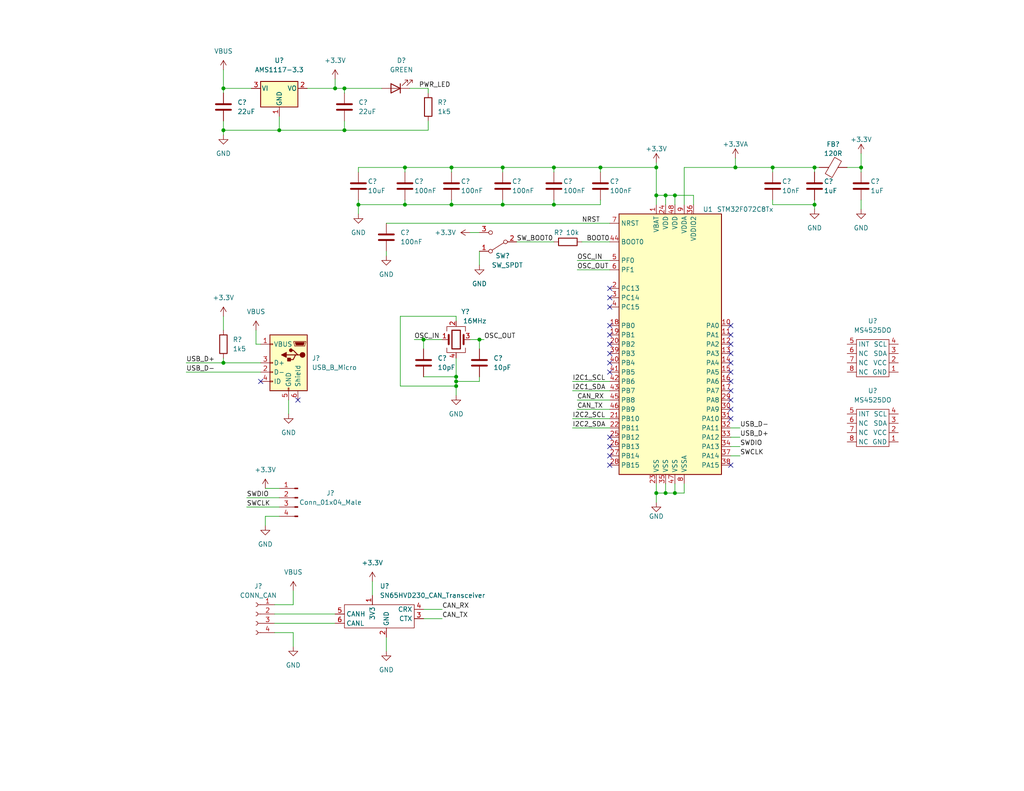
<source format=kicad_sch>
(kicad_sch (version 20211123) (generator eeschema)
  (paper "USLetter")
  (title_block (title "SDM-23 Yaw Probe") (date "2022-10-17") (rev "v1.0") (company "Sun Devil Motorsports") (comment 1 "STM32 Variant"))
  (lib_symbols
    (symbol "Connector:Conn_01x04_Female" (pin_names (offset 1.016) hide)
      (property "Reference" "J" (at 0 5.08 0))
      (property "Value" "Conn_01x04_Female" (at 0 -7.62 0))
      (symbol "Conn_01x04_Female_1_1"
        (arc (start 0 -4.572) (mid -0.508 -5.08) (end 0 -5.588) (stroke (width 0.1524)))
        (arc (start 0 -2.032) (mid -0.508 -2.54) (end 0 -3.048) (stroke (width 0.1524)))
        (polyline (pts (xy -1.27 -5.08) (xy -0.508 -5.08)) (stroke (width 0.1524)))
        (polyline (pts (xy -1.27 -2.54) (xy -0.508 -2.54)) (stroke (width 0.1524)))
        (polyline (pts (xy -1.27 0) (xy -0.508 0)) (stroke (width 0.1524)))
        (polyline (pts (xy -1.27 2.54) (xy -0.508 2.54)) (stroke (width 0.1524)))
        (arc (start 0 0.508) (mid -0.508 0) (end 0 -0.508) (stroke (width 0.1524)))
        (arc (start 0 3.048) (mid -0.508 2.54) (end 0 2.032) (stroke (width 0.1524)))
        (pin passive line (at -5.08 2.54 0) (length 3.81) (name "Pin_1") (number "1"))
        (pin passive line (at -5.08 0 0) (length 3.81) (name "Pin_2") (number "2"))
        (pin passive line (at -5.08 -2.54 0) (length 3.81) (name "Pin_3") (number "3"))
        (pin passive line (at -5.08 -5.08 0) (length 3.81) (name "Pin_4") (number "4"))
      )
    )
    (symbol "Connector:Conn_01x04_Male" (pin_names (offset 1.016) hide)
      (property "Reference" "J" (at 0 5.08 0))
      (property "Value" "Conn_01x04_Male" (at 0 -7.62 0))
      (symbol "Conn_01x04_Male_1_1"
        (polyline (pts (xy 1.27 -5.08) (xy 0.8636 -5.08)) (stroke (width 0.1524)))
        (polyline (pts (xy 1.27 -2.54) (xy 0.8636 -2.54)) (stroke (width 0.1524)))
        (polyline (pts (xy 1.27 0) (xy 0.8636 0)) (stroke (width 0.1524)))
        (polyline (pts (xy 1.27 2.54) (xy 0.8636 2.54)) (stroke (width 0.1524)))
        (rectangle (start 0.8636 -4.953) (end 0 -5.207) (stroke (width 0.1524)) (fill (type outline)))
        (rectangle (start 0.8636 -2.413) (end 0 -2.667) (stroke (width 0.1524)) (fill (type outline)))
        (rectangle (start 0.8636 0.127) (end 0 -0.127) (stroke (width 0.1524)) (fill (type outline)))
        (rectangle (start 0.8636 2.667) (end 0 2.413) (stroke (width 0.1524)) (fill (type outline)))
        (pin passive line (at 5.08 2.54 180) (length 3.81) (name "Pin_1") (number "1"))
        (pin passive line (at 5.08 0 180) (length 3.81) (name "Pin_2") (number "2"))
        (pin passive line (at 5.08 -2.54 180) (length 3.81) (name "Pin_3") (number "3"))
        (pin passive line (at 5.08 -5.08 180) (length 3.81) (name "Pin_4") (number "4"))
      )
    )
    (symbol "Connector:USB_B_Micro" (pin_names (offset 1.016))
      (property "Reference" "J" (at -5.08 11.43 0))
      (property "Value" "USB_B_Micro" (at -5.08 8.89 0))
      (symbol "USB_B_Micro_0_1"
        (rectangle (start -5.08 -7.62) (end 5.08 7.62) (stroke (width 0.254)) (fill (type background)))
        (circle (center -3.81 2.159) (radius 0.635) (stroke (width 0.254)) (fill (type outline)))
        (circle (center -0.635 3.429) (radius 0.381) (stroke (width 0.254)) (fill (type outline)))
        (rectangle (start -0.127 -7.62) (end 0.127 -6.858))
        (polyline (pts (xy -1.905 2.159) (xy 0.635 2.159)) (stroke (width 0.254)))
        (polyline (pts (xy -3.175 2.159) (xy -2.54 2.159) (xy -1.27 3.429) (xy -0.635 3.429)) (stroke (width 0.254)))
        (polyline (pts (xy -2.54 2.159) (xy -1.905 2.159) (xy -1.27 0.889) (xy 0 0.889)) (stroke (width 0.254)))
        (polyline (pts (xy 0.635 2.794) (xy 0.635 1.524) (xy 1.905 2.159) (xy 0.635 2.794)) (stroke (width 0.254)) (fill (type outline)))
        (polyline (pts (xy -4.318 5.588) (xy -1.778 5.588) (xy -2.032 4.826) (xy -4.064 4.826) (xy -4.318 5.588)) (fill (type outline)))
        (polyline (pts (xy -4.699 5.842) (xy -4.699 5.588) (xy -4.445 4.826) (xy -4.445 4.572) (xy -1.651 4.572) (xy -1.651 4.826) (xy -1.397 5.588) (xy -1.397 5.842) (xy -4.699 5.842)))
        (rectangle (start 0.254 1.27) (end -0.508 0.508) (stroke (width 0.254)) (fill (type outline)))
        (rectangle (start 5.08 -5.207) (end 4.318 -4.953))
        (rectangle (start 5.08 -2.667) (end 4.318 -2.413))
        (rectangle (start 5.08 -0.127) (end 4.318 0.127))
        (rectangle (start 5.08 4.953) (end 4.318 5.207))
      )
      (symbol "USB_B_Micro_1_1"
        (pin power_out line (at 7.62 5.08 180) (length 2.54) (name "VBUS") (number "1"))
        (pin bidirectional line (at 7.62 -2.54 180) (length 2.54) (name "D-") (number "2"))
        (pin bidirectional line (at 7.62 0 180) (length 2.54) (name "D+") (number "3"))
        (pin passive line (at 7.62 -5.08 180) (length 2.54) (name "ID") (number "4"))
        (pin power_out line (at 0 -10.16 90) (length 2.54) (name "GND") (number "5"))
        (pin passive line (at -2.54 -10.16 90) (length 2.54) (name "Shield") (number "6"))
      )
    )
    (symbol "Device:C" (pin_numbers hide) (pin_names (offset 0.254))
      (property "Reference" "C" (at 0.635 2.54 0))
      (property "Value" "C" (at 0.635 -2.54 0))
      (symbol "C_0_1"
        (polyline (pts (xy -2.032 -0.762) (xy 2.032 -0.762)) (stroke (width 0.508)))
        (polyline (pts (xy -2.032 0.762) (xy 2.032 0.762)) (stroke (width 0.508)))
      )
      (symbol "C_1_1"
        (pin passive line (at 0 3.81 270) (length 2.794) (name "~") (number "1"))
        (pin passive line (at 0 -3.81 90) (length 2.794) (name "~") (number "2"))
      )
    )
    (symbol "Device:Crystal_GND24" (pin_names (offset 1.016) hide)
      (property "Reference" "Y" (at 3.175 5.08 0))
      (property "Value" "Crystal_GND24" (at 3.175 3.175 0))
      (symbol "Crystal_GND24_0_1"
        (rectangle (start -1.143 2.54) (end 1.143 -2.54) (stroke (width 0.3048)))
        (polyline (pts (xy -2.54 0) (xy -2.032 0)))
        (polyline (pts (xy -2.032 -1.27) (xy -2.032 1.27)) (stroke (width 0.508)))
        (polyline (pts (xy 0 -3.81) (xy 0 -3.556)))
        (polyline (pts (xy 0 3.556) (xy 0 3.81)))
        (polyline (pts (xy 2.032 -1.27) (xy 2.032 1.27)) (stroke (width 0.508)))
        (polyline (pts (xy 2.032 0) (xy 2.54 0)))
        (polyline (pts (xy -2.54 -2.286) (xy -2.54 -3.556) (xy 2.54 -3.556) (xy 2.54 -2.286)))
        (polyline (pts (xy -2.54 2.286) (xy -2.54 3.556) (xy 2.54 3.556) (xy 2.54 2.286)))
      )
      (symbol "Crystal_GND24_1_1"
        (pin passive line (at -3.81 0 0) (length 1.27) (name "1") (number "1"))
        (pin passive line (at 0 5.08 270) (length 1.27) (name "2") (number "2"))
        (pin passive line (at 3.81 0 180) (length 1.27) (name "3") (number "3"))
        (pin passive line (at 0 -5.08 90) (length 1.27) (name "4") (number "4"))
      )
    )
    (symbol "Device:FerriteBead" (pin_numbers hide) (pin_names (offset 0))
      (property "Reference" "FB" (at -3.81 0.635 90))
      (property "Value" "FerriteBead" (at 3.81 0 90))
      (symbol "FerriteBead_0_1"
        (polyline (pts (xy 0 -1.27) (xy 0 -1.2192)))
        (polyline (pts (xy 0 1.27) (xy 0 1.2954)))
        (polyline (pts (xy -2.7686 0.4064) (xy -1.7018 2.2606) (xy 2.7686 -0.3048) (xy 1.6764 -2.159) (xy -2.7686 0.4064)))
      )
      (symbol "FerriteBead_1_1"
        (pin passive line (at 0 3.81 270) (length 2.54) (name "~") (number "1"))
        (pin passive line (at 0 -3.81 90) (length 2.54) (name "~") (number "2"))
      )
    )
    (symbol "Device:LED" (pin_numbers hide) (pin_names (offset 1.016) hide)
      (property "Reference" "D" (at 0 2.54 0))
      (property "Value" "LED" (at 0 -2.54 0))
      (symbol "LED_0_1"
        (polyline (pts (xy -1.27 -1.27) (xy -1.27 1.27)) (stroke (width 0.254)))
        (polyline (pts (xy -1.27 0) (xy 1.27 0)))
        (polyline (pts (xy 1.27 -1.27) (xy 1.27 1.27) (xy -1.27 0) (xy 1.27 -1.27)) (stroke (width 0.254)))
        (polyline (pts (xy -3.048 -0.762) (xy -4.572 -2.286) (xy -3.81 -2.286) (xy -4.572 -2.286) (xy -4.572 -1.524)))
        (polyline (pts (xy -1.778 -0.762) (xy -3.302 -2.286) (xy -2.54 -2.286) (xy -3.302 -2.286) (xy -3.302 -1.524)))
      )
      (symbol "LED_1_1"
        (pin passive line (at -3.81 0 0) (length 2.54) (name "K") (number "1"))
        (pin passive line (at 3.81 0 180) (length 2.54) (name "A") (number "2"))
      )
    )
    (symbol "Device:R" (pin_numbers hide) (pin_names (offset 0))
      (property "Reference" "R" (at 2.032 0 90))
      (property "Value" "R" (at 0 0 90))
      (symbol "R_0_1"
        (rectangle (start -1.016 -2.54) (end 1.016 2.54) (stroke (width 0.254)))
      )
      (symbol "R_1_1"
        (pin passive line (at 0 3.81 270) (length 1.27) (name "~") (number "1"))
        (pin passive line (at 0 -3.81 90) (length 1.27) (name "~") (number "2"))
      )
    )
    (symbol "MCU_ST_STM32F0:STM32F072C8Tx"
      (property "Reference" "U" (at -15.24 36.83 0))
      (property "Value" "STM32F072C8Tx" (at 7.62 36.83 0))
      (symbol "STM32F072C8Tx_0_1"
        (rectangle (start -15.24 -35.56) (end 12.7 35.56) (stroke (width 0.254)) (fill (type background)))
      )
      (symbol "STM32F072C8Tx_1_1"
        (pin power_in line (at -5.08 38.1 270) (length 2.54) (name "VBAT") (number "1"))
        (pin bidirectional line (at 15.24 5.08 180) (length 2.54) (name "PA0") (number "10"))
        (pin bidirectional line (at 15.24 2.54 180) (length 2.54) (name "PA1") (number "11"))
        (pin bidirectional line (at 15.24 0 180) (length 2.54) (name "PA2") (number "12"))
        (pin bidirectional line (at 15.24 -2.54 180) (length 2.54) (name "PA3") (number "13"))
        (pin bidirectional line (at 15.24 -5.08 180) (length 2.54) (name "PA4") (number "14"))
        (pin bidirectional line (at 15.24 -7.62 180) (length 2.54) (name "PA5") (number "15"))
        (pin bidirectional line (at 15.24 -10.16 180) (length 2.54) (name "PA6") (number "16"))
        (pin bidirectional line (at 15.24 -12.7 180) (length 2.54) (name "PA7") (number "17"))
        (pin bidirectional line (at -17.78 5.08 0) (length 2.54) (name "PB0") (number "18"))
        (pin bidirectional line (at -17.78 2.54 0) (length 2.54) (name "PB1") (number "19"))
        (pin bidirectional line (at -17.78 15.24 0) (length 2.54) (name "PC13") (number "2"))
        (pin bidirectional line (at -17.78 0 0) (length 2.54) (name "PB2") (number "20"))
        (pin bidirectional line (at -17.78 -20.32 0) (length 2.54) (name "PB10") (number "21"))
        (pin bidirectional line (at -17.78 -22.86 0) (length 2.54) (name "PB11") (number "22"))
        (pin power_in line (at -5.08 -38.1 90) (length 2.54) (name "VSS") (number "23"))
        (pin power_in line (at -2.54 38.1 270) (length 2.54) (name "VDD") (number "24"))
        (pin bidirectional line (at -17.78 -25.4 0) (length 2.54) (name "PB12") (number "25"))
        (pin bidirectional line (at -17.78 -27.94 0) (length 2.54) (name "PB13") (number "26"))
        (pin bidirectional line (at -17.78 -30.48 0) (length 2.54) (name "PB14") (number "27"))
        (pin bidirectional line (at -17.78 -33.02 0) (length 2.54) (name "PB15") (number "28"))
        (pin bidirectional line (at 15.24 -15.24 180) (length 2.54) (name "PA8") (number "29"))
        (pin bidirectional line (at -17.78 12.7 0) (length 2.54) (name "PC14") (number "3"))
        (pin bidirectional line (at 15.24 -17.78 180) (length 2.54) (name "PA9") (number "30"))
        (pin bidirectional line (at 15.24 -20.32 180) (length 2.54) (name "PA10") (number "31"))
        (pin bidirectional line (at 15.24 -22.86 180) (length 2.54) (name "PA11") (number "32"))
        (pin bidirectional line (at 15.24 -25.4 180) (length 2.54) (name "PA12") (number "33"))
        (pin bidirectional line (at 15.24 -27.94 180) (length 2.54) (name "PA13") (number "34"))
        (pin power_in line (at -2.54 -38.1 90) (length 2.54) (name "VSS") (number "35"))
        (pin power_in line (at 5.08 38.1 270) (length 2.54) (name "VDDIO2") (number "36"))
        (pin bidirectional line (at 15.24 -30.48 180) (length 2.54) (name "PA14") (number "37"))
        (pin bidirectional line (at 15.24 -33.02 180) (length 2.54) (name "PA15") (number "38"))
        (pin bidirectional line (at -17.78 -2.54 0) (length 2.54) (name "PB3") (number "39"))
        (pin bidirectional line (at -17.78 10.16 0) (length 2.54) (name "PC15") (number "4"))
        (pin bidirectional line (at -17.78 -5.08 0) (length 2.54) (name "PB4") (number "40"))
        (pin bidirectional line (at -17.78 -7.62 0) (length 2.54) (name "PB5") (number "41"))
        (pin bidirectional line (at -17.78 -10.16 0) (length 2.54) (name "PB6") (number "42"))
        (pin bidirectional line (at -17.78 -12.7 0) (length 2.54) (name "PB7") (number "43"))
        (pin input line (at -17.78 27.94 0) (length 2.54) (name "BOOT0") (number "44"))
        (pin bidirectional line (at -17.78 -15.24 0) (length 2.54) (name "PB8") (number "45"))
        (pin bidirectional line (at -17.78 -17.78 0) (length 2.54) (name "PB9") (number "46"))
        (pin power_in line (at 0 -38.1 90) (length 2.54) (name "VSS") (number "47"))
        (pin power_in line (at 0 38.1 270) (length 2.54) (name "VDD") (number "48"))
        (pin input line (at -17.78 22.86 0) (length 2.54) (name "PF0") (number "5"))
        (pin input line (at -17.78 20.32 0) (length 2.54) (name "PF1") (number "6"))
        (pin input line (at -17.78 33.02 0) (length 2.54) (name "NRST") (number "7"))
        (pin power_in line (at 2.54 -38.1 90) (length 2.54) (name "VSSA") (number "8"))
        (pin power_in line (at 2.54 38.1 270) (length 2.54) (name "VDDA") (number "9"))
      )
    )
    (symbol "Regulator_Linear:AMS1117-3.3" (pin_names (offset 0.254))
      (property "Reference" "U" (at -3.81 3.175 0))
      (property "Value" "AMS1117-3.3" (at 0 3.175 0))
      (symbol "AMS1117-3.3_0_1"
        (rectangle (start -5.08 -5.08) (end 5.08 1.905) (stroke (width 0.254)) (fill (type background)))
      )
      (symbol "AMS1117-3.3_1_1"
        (pin power_in line (at 0 -7.62 90) (length 2.54) (name "GND") (number "1"))
        (pin power_out line (at 7.62 0 180) (length 2.54) (name "VO") (number "2"))
        (pin power_in line (at -7.62 0 0) (length 2.54) (name "VI") (number "3"))
      )
    )
    (symbol "SDM:MS4525DO"
      (property "Reference" "U" (at 0 0 0))
      (property "Value" "MS4525DO" (at 0 -2.54 0))
      (symbol "MS4525DO_0_1"
        (rectangle (start -3.81 -15.24) (end 5.08 -5.08))
      )
      (symbol "MS4525DO_1_1"
        (pin input line (at 7.62 -13.97 180) (length 2.54) (name "GND") (number "1"))
        (pin input line (at 7.62 -11.43 180) (length 2.54) (name "VCC") (number "2"))
        (pin input line (at 7.62 -8.89 180) (length 2.54) (name "SDA") (number "3"))
        (pin input line (at 7.62 -6.35 180) (length 2.54) (name "SCL") (number "4"))
        (pin input line (at -6.35 -6.35 0) (length 2.54) (name "INT") (number "5"))
        (pin input line (at -6.35 -8.89 0) (length 2.54) (name "NC") (number "6"))
        (pin input line (at -6.35 -11.43 0) (length 2.54) (name "NC") (number "7"))
        (pin input line (at -6.35 -13.97 0) (length 2.54) (name "NC") (number "8"))
      )
    )
    (symbol "SDM:SN65HVD230_CAN_Transceiver"
      (property "Reference" "U" (at 0 2.54 0))
      (property "Value" "SN65HVD230_CAN_Transceiver" (at 13.97 0 0))
      (symbol "SN65HVD230_CAN_Transceiver_0_1"
        (rectangle (start -8.89 -6.35) (end 10.16 -12.7))
      )
      (symbol "SN65HVD230_CAN_Transceiver_1_1"
        (pin input line (at -1.27 -3.81 270) (length 2.54) (name "3V3") (number "1"))
        (pin input line (at 2.54 -15.24 90) (length 2.54) (name "GND") (number "2"))
        (pin input line (at 12.7 -10.16 180) (length 2.54) (name "CTX") (number "3"))
        (pin input line (at 12.7 -7.62 180) (length 2.54) (name "CRX") (number "4"))
        (pin input line (at -11.43 -8.89 0) (length 2.54) (name "CANH") (number "5"))
        (pin input line (at -11.43 -11.43 0) (length 2.54) (name "CANL") (number "6"))
      )
    )
    (symbol "Switch:SW_SPDT" (pin_names (offset 0) hide)
      (property "Reference" "SW" (at 0 4.318 0))
      (property "Value" "SW_SPDT" (at 0 -5.08 0))
      (symbol "SW_SPDT_0_0"
        (circle (center -2.032 0) (radius 0.508))
        (circle (center 2.032 -2.54) (radius 0.508))
      )
      (symbol "SW_SPDT_0_1"
        (polyline (pts (xy -1.524 0.254) (xy 1.651 2.286)))
        (circle (center 2.032 2.54) (radius 0.508))
      )
      (symbol "SW_SPDT_1_1"
        (pin passive line (at 5.08 2.54 180) (length 2.54) (name "A") (number "1"))
        (pin passive line (at -5.08 0 0) (length 2.54) (name "B") (number "2"))
        (pin passive line (at 5.08 -2.54 180) (length 2.54) (name "C") (number "3"))
      )
    )
    (symbol "power:+3.3V" (power) (pin_names (offset 0))
      (property "Value" "+3.3V" (at 0 3.556 0))
      (symbol "+3.3V_0_1"
        (polyline (pts (xy -0.762 1.27) (xy 0 2.54)))
        (polyline (pts (xy 0 0) (xy 0 2.54)))
        (polyline (pts (xy 0 2.54) (xy 0.762 1.27)))
      )
      (symbol "+3.3V_1_1"
        (pin power_in line (at 0 0 90) (length 0) hide (name "+3.3V") (number "1"))
      )
    )
    (symbol "power:+3.3VA" (power) (pin_names (offset 0))
      (property "Value" "+3.3VA" (at 0 3.556 0))
      (symbol "+3.3VA_0_1"
        (polyline (pts (xy -0.762 1.27) (xy 0 2.54)))
        (polyline (pts (xy 0 0) (xy 0 2.54)))
        (polyline (pts (xy 0 2.54) (xy 0.762 1.27)))
      )
      (symbol "+3.3VA_1_1"
        (pin power_in line (at 0 0 90) (length 0) hide (name "+3.3VA") (number "1"))
      )
    )
    (symbol "power:GND" (power) (pin_names (offset 0))
      (property "Value" "GND" (at 0 -3.81 0))
      (symbol "GND_0_1"
        (polyline (pts (xy 0 0) (xy 0 -1.27) (xy 1.27 -1.27) (xy 0 -2.54) (xy -1.27 -1.27) (xy 0 -1.27)))
      )
      (symbol "GND_1_1"
        (pin power_in line (at 0 0 270) (length 0) hide (name "GND") (number "1"))
      )
    )
    (symbol "power:VBUS" (power) (pin_names (offset 0))
      (property "Value" "VBUS" (at 0 3.81 0))
      (symbol "VBUS_0_1"
        (polyline (pts (xy -0.762 1.27) (xy 0 2.54)))
        (polyline (pts (xy 0 0) (xy 0 2.54)))
        (polyline (pts (xy 0 2.54) (xy 0.762 1.27)))
      )
      (symbol "VBUS_1_1"
        (pin power_in line (at 0 0 90) (length 0) hide (name "VBUS") (number "1"))
      )
    )
  )
  (junction (at 115.57 92.71))
  (junction (at 137.16 45.72))
  (junction (at 97.79 55.88))
  (junction (at 184.15 53.34))
  (junction (at 124.46 104.14))
  (junction (at 124.46 105.41))
  (junction (at 76.2 35.56))
  (junction (at 60.96 99.06))
  (junction (at 200.66 45.72))
  (junction (at 110.49 45.72))
  (junction (at 179.07 134.62))
  (junction (at 222.25 45.72))
  (junction (at 91.44 24.13))
  (junction (at 181.61 134.62))
  (junction (at 130.81 92.71))
  (junction (at 60.96 24.13))
  (junction (at 181.61 53.34))
  (junction (at 93.98 24.13))
  (junction (at 179.07 53.34))
  (junction (at 151.13 45.72))
  (junction (at 234.95 45.72))
  (junction (at 151.13 55.88))
  (junction (at 123.19 45.72))
  (junction (at 110.49 55.88))
  (junction (at 124.46 102.87))
  (junction (at 123.19 55.88))
  (junction (at 184.15 134.62))
  (junction (at 222.25 55.88))
  (junction (at 60.96 35.56))
  (junction (at 179.07 45.72))
  (junction (at 163.83 45.72))
  (junction (at 93.98 35.56))
  (junction (at 210.82 45.72))
  (junction (at 137.16 55.88))
  (no_connect (at 166.37 121.92))
  (no_connect (at 81.28 109.22))
  (no_connect (at 166.37 101.6))
  (no_connect (at 199.39 111.76))
  (no_connect (at 199.39 114.3))
  (no_connect (at 199.39 91.44))
  (no_connect (at 199.39 99.06))
  (no_connect (at 199.39 88.9))
  (no_connect (at 199.39 93.98))
  (no_connect (at 199.39 96.52))
  (no_connect (at 199.39 101.6))
  (no_connect (at 199.39 109.22))
  (no_connect (at 199.39 104.14))
  (no_connect (at 199.39 106.68))
  (no_connect (at 166.37 127))
  (no_connect (at 166.37 124.46))
  (no_connect (at 199.39 127))
  (no_connect (at 166.37 91.44))
  (no_connect (at 166.37 78.74))
  (no_connect (at 166.37 81.28))
  (no_connect (at 166.37 119.38))
  (no_connect (at 166.37 93.98))
  (no_connect (at 166.37 88.9))
  (no_connect (at 166.37 96.52))
  (no_connect (at 166.37 99.06))
  (no_connect (at 71.12 104.14))
  (no_connect (at 166.37 83.82))
  (wire (pts (xy 128.27 63.5) (xy 130.81 63.5)))
  (wire (pts (xy 179.07 45.72) (xy 179.07 53.34)))
  (wire (pts (xy 116.84 33.02) (xy 116.84 35.56)))
  (wire (pts (xy 222.25 54.61) (xy 222.25 55.88)))
  (wire (pts (xy 60.96 24.13) (xy 60.96 25.4)))
  (wire (pts (xy 124.46 102.87) (xy 124.46 104.14)))
  (wire (pts (xy 210.82 45.72) (xy 222.25 45.72)))
  (wire (pts (xy 137.16 45.72) (xy 151.13 45.72)))
  (wire (pts (xy 97.79 46.99) (xy 97.79 45.72)))
  (wire (pts (xy 115.57 168.91) (xy 120.65 168.91)))
  (wire (pts (xy 179.07 44.45) (xy 179.07 45.72)))
  (wire (pts (xy 93.98 24.13) (xy 93.98 25.4)))
  (wire (pts (xy 179.07 53.34) (xy 179.07 55.88)))
  (wire (pts (xy 137.16 46.99) (xy 137.16 45.72)))
  (wire (pts (xy 210.82 55.88) (xy 222.25 55.88)))
  (wire (pts (xy 116.84 35.56) (xy 93.98 35.56)))
  (wire (pts (xy 157.48 71.12) (xy 166.37 71.12)))
  (wire (pts (xy 124.46 105.41) (xy 124.46 107.95)))
  (wire (pts (xy 151.13 45.72) (xy 163.83 45.72)))
  (wire (pts (xy 111.76 24.13) (xy 116.84 24.13)))
  (wire (pts (xy 124.46 86.36) (xy 109.22 86.36)))
  (wire (pts (xy 91.44 24.13) (xy 93.98 24.13)))
  (wire (pts (xy 184.15 53.34) (xy 184.15 55.88)))
  (wire (pts (xy 76.2 35.56) (xy 60.96 35.56)))
  (wire (pts (xy 93.98 33.02) (xy 93.98 35.56)))
  (wire (pts (xy 163.83 54.61) (xy 163.83 55.88)))
  (wire (pts (xy 130.81 68.58) (xy 130.81 72.39)))
  (wire (pts (xy 71.12 93.98) (xy 69.85 93.98)))
  (wire (pts (xy 80.01 172.72) (xy 80.01 176.53)))
  (wire (pts (xy 130.81 102.87) (xy 130.81 104.14)))
  (wire (pts (xy 76.2 140.97) (xy 72.39 140.97)))
  (wire (pts (xy 210.82 45.72) (xy 200.66 45.72)))
  (wire (pts (xy 200.66 43.18) (xy 200.66 45.72)))
  (wire (pts (xy 76.2 31.75) (xy 76.2 35.56)))
  (wire (pts (xy 234.95 41.91) (xy 234.95 45.72)))
  (wire (pts (xy 91.44 21.59) (xy 91.44 24.13)))
  (wire (pts (xy 115.57 92.71) (xy 120.65 92.71)))
  (wire (pts (xy 110.49 54.61) (xy 110.49 55.88)))
  (wire (pts (xy 110.49 46.99) (xy 110.49 45.72)))
  (wire (pts (xy 130.81 92.71) (xy 132.08 92.71)))
  (wire (pts (xy 50.8 99.06) (xy 60.96 99.06)))
  (wire (pts (xy 124.46 104.14) (xy 124.46 105.41)))
  (wire (pts (xy 115.57 92.71) (xy 115.57 95.25)))
  (wire (pts (xy 124.46 97.79) (xy 124.46 102.87)))
  (wire (pts (xy 97.79 55.88) (xy 110.49 55.88)))
  (wire (pts (xy 93.98 24.13) (xy 104.14 24.13)))
  (wire (pts (xy 123.19 46.99) (xy 123.19 45.72)))
  (wire (pts (xy 123.19 54.61) (xy 123.19 55.88)))
  (wire (pts (xy 179.07 132.08) (xy 179.07 134.62)))
  (wire (pts (xy 156.21 106.68) (xy 166.37 106.68)))
  (wire (pts (xy 72.39 133.35) (xy 76.2 133.35)))
  (wire (pts (xy 74.93 165.1) (xy 80.01 165.1)))
  (wire (pts (xy 184.15 134.62) (xy 186.69 134.62)))
  (wire (pts (xy 186.69 45.72) (xy 200.66 45.72)))
  (wire (pts (xy 156.21 114.3) (xy 166.37 114.3)))
  (wire (pts (xy 97.79 55.88) (xy 97.79 58.42)))
  (wire (pts (xy 181.61 53.34) (xy 181.61 55.88)))
  (wire (pts (xy 60.96 24.13) (xy 68.58 24.13)))
  (wire (pts (xy 151.13 55.88) (xy 137.16 55.88)))
  (wire (pts (xy 184.15 132.08) (xy 184.15 134.62)))
  (wire (pts (xy 184.15 53.34) (xy 189.23 53.34)))
  (wire (pts (xy 115.57 102.87) (xy 124.46 102.87)))
  (wire (pts (xy 101.6 158.75) (xy 101.6 162.56)))
  (wire (pts (xy 60.96 33.02) (xy 60.96 35.56)))
  (wire (pts (xy 80.01 161.29) (xy 80.01 165.1)))
  (wire (pts (xy 67.31 135.89) (xy 76.2 135.89)))
  (wire (pts (xy 116.84 24.13) (xy 116.84 25.4)))
  (wire (pts (xy 199.39 116.84) (xy 201.93 116.84)))
  (wire (pts (xy 179.07 53.34) (xy 181.61 53.34)))
  (wire (pts (xy 163.83 55.88) (xy 151.13 55.88)))
  (wire (pts (xy 74.93 172.72) (xy 80.01 172.72)))
  (wire (pts (xy 109.22 105.41) (xy 124.46 105.41)))
  (wire (pts (xy 234.95 54.61) (xy 234.95 57.15)))
  (wire (pts (xy 181.61 134.62) (xy 184.15 134.62)))
  (wire (pts (xy 156.21 116.84) (xy 166.37 116.84)))
  (wire (pts (xy 199.39 119.38) (xy 201.93 119.38)))
  (wire (pts (xy 123.19 45.72) (xy 137.16 45.72)))
  (wire (pts (xy 97.79 45.72) (xy 110.49 45.72)))
  (wire (pts (xy 113.03 92.71) (xy 115.57 92.71)))
  (wire (pts (xy 210.82 46.99) (xy 210.82 45.72)))
  (wire (pts (xy 105.41 60.96) (xy 166.37 60.96)))
  (wire (pts (xy 123.19 55.88) (xy 137.16 55.88)))
  (wire (pts (xy 163.83 46.99) (xy 163.83 45.72)))
  (wire (pts (xy 179.07 134.62) (xy 179.07 137.16)))
  (wire (pts (xy 186.69 132.08) (xy 186.69 134.62)))
  (wire (pts (xy 199.39 121.92) (xy 201.93 121.92)))
  (wire (pts (xy 189.23 55.88) (xy 189.23 53.34)))
  (wire (pts (xy 60.96 86.36) (xy 60.96 90.17)))
  (wire (pts (xy 181.61 53.34) (xy 184.15 53.34)))
  (wire (pts (xy 234.95 45.72) (xy 234.95 46.99)))
  (wire (pts (xy 222.25 55.88) (xy 222.25 57.15)))
  (wire (pts (xy 140.97 66.04) (xy 151.13 66.04)))
  (wire (pts (xy 69.85 90.17) (xy 69.85 93.98)))
  (wire (pts (xy 157.48 109.22) (xy 166.37 109.22)))
  (wire (pts (xy 97.79 54.61) (xy 97.79 55.88)))
  (wire (pts (xy 130.81 104.14) (xy 124.46 104.14)))
  (wire (pts (xy 109.22 86.36) (xy 109.22 105.41)))
  (wire (pts (xy 186.69 55.88) (xy 186.69 45.72)))
  (wire (pts (xy 105.41 173.99) (xy 105.41 177.8)))
  (wire (pts (xy 157.48 111.76) (xy 166.37 111.76)))
  (wire (pts (xy 124.46 87.63) (xy 124.46 86.36)))
  (wire (pts (xy 93.98 35.56) (xy 76.2 35.56)))
  (wire (pts (xy 231.14 45.72) (xy 234.95 45.72)))
  (wire (pts (xy 72.39 140.97) (xy 72.39 143.51)))
  (wire (pts (xy 128.27 92.71) (xy 130.81 92.71)))
  (wire (pts (xy 74.93 170.18) (xy 91.44 170.18)))
  (wire (pts (xy 50.8 101.6) (xy 71.12 101.6)))
  (wire (pts (xy 67.31 138.43) (xy 76.2 138.43)))
  (wire (pts (xy 130.81 92.71) (xy 130.81 95.25)))
  (wire (pts (xy 151.13 54.61) (xy 151.13 55.88)))
  (wire (pts (xy 60.96 99.06) (xy 71.12 99.06)))
  (wire (pts (xy 60.96 35.56) (xy 60.96 36.83)))
  (wire (pts (xy 105.41 68.58) (xy 105.41 69.85)))
  (wire (pts (xy 157.48 73.66) (xy 166.37 73.66)))
  (wire (pts (xy 156.21 104.14) (xy 166.37 104.14)))
  (wire (pts (xy 74.93 167.64) (xy 91.44 167.64)))
  (wire (pts (xy 151.13 46.99) (xy 151.13 45.72)))
  (wire (pts (xy 158.75 66.04) (xy 166.37 66.04)))
  (wire (pts (xy 78.74 109.22) (xy 78.74 113.03)))
  (wire (pts (xy 181.61 132.08) (xy 181.61 134.62)))
  (wire (pts (xy 222.25 45.72) (xy 223.52 45.72)))
  (wire (pts (xy 222.25 46.99) (xy 222.25 45.72)))
  (wire (pts (xy 110.49 45.72) (xy 123.19 45.72)))
  (wire (pts (xy 115.57 166.37) (xy 120.65 166.37)))
  (wire (pts (xy 60.96 97.79) (xy 60.96 99.06)))
  (wire (pts (xy 179.07 134.62) (xy 181.61 134.62)))
  (wire (pts (xy 83.82 24.13) (xy 91.44 24.13)))
  (wire (pts (xy 210.82 54.61) (xy 210.82 55.88)))
  (wire (pts (xy 60.96 19.05) (xy 60.96 24.13)))
  (wire (pts (xy 199.39 124.46) (xy 201.93 124.46)))
  (wire (pts (xy 110.49 55.88) (xy 123.19 55.88)))
  (wire (pts (xy 163.83 45.72) (xy 179.07 45.72)))
  (wire (pts (xy 137.16 54.61) (xy 137.16 55.88)))
  (label "I2C1_SDA" (at 156.21 106.68 0))
  (label "NRST" (at 158.75 60.96 0))
  (label "BOOT0" (at 160.02 66.04 0))
  (label "PWR_LED" (at 114.3 24.13 0))
  (label "SWCLK" (at 201.93 124.46 0))
  (label "SWDIO" (at 201.93 121.92 0))
  (label "I2C1_SCL" (at 156.21 104.14 0))
  (label "CAN_TX" (at 120.65 168.91 0))
  (label "I2C2_SDA" (at 156.21 116.84 0))
  (label "USB_D+" (at 50.8 99.06 0))
  (label "I2C2_SCL" (at 156.21 114.3 0))
  (label "OSC_IN" (at 113.03 92.71 0))
  (label "CAN_RX" (at 120.65 166.37 0))
  (label "USB_D+" (at 201.93 119.38 0))
  (label "SWCLK" (at 67.31 138.43 0))
  (label "USB_D-" (at 50.8 101.6 0))
  (label "CAN_TX" (at 157.48 111.76 0))
  (label "OSC_IN" (at 157.48 71.12 0))
  (label "CAN_RX" (at 157.48 109.22 0))
  (label "SW_BOOT0" (at 140.97 66.04 0))
  (label "OSC_OUT" (at 132.08 92.71 0))
  (label "USB_D-" (at 201.93 116.84 0))
  (label "OSC_OUT" (at 157.48 73.66 0))
  (label "SWDIO" (at 67.31 135.89 0))
  (symbol (lib_id "power:+3.3V") (at 101.6 158.75 0) (unit 1)
    (property "Reference" "#PWR?" (effects hide))
    (property "Value" "+3.3V" (at 101.6 153.67 0))
  )
  (symbol (lib_id "Device:C") (at 222.25 50.8 0) (unit 1)
    (property "Reference" "C?" (at 224.79 49.53 0) (effects (justify left)))
    (property "Value" "1uF" (at 224.79 52.07 0) (effects (justify left)))
  )
  (symbol (lib_id "power:GND") (at 179.07 137.16 0) (unit 1)
    (property "Reference" "#PWR0110" (effects hide))
    (property "Value" "GND" (at 179.07 140.97 0))
  )
  (symbol (lib_id "power:+3.3V") (at 128.27 63.5 90) (unit 1)
    (property "Reference" "#PWR0103" (effects hide))
    (property "Value" "+3.3V" (at 124.46 63.4999 90) (effects (justify left)))
  )
  (symbol (lib_id "power:+3.3V") (at 72.39 133.35 0) (unit 1)
    (property "Reference" "#PWR0115" (effects hide))
    (property "Value" "+3.3V" (at 72.39 128.27 0))
  )
  (symbol (lib_id "Regulator_Linear:AMS1117-3.3") (at 76.2 24.13 0) (unit 1)
    (property "Reference" "U?" (at 76.2 16.51 0))
    (property "Value" "AMS1117-3.3" (at 76.2 19.05 0))
    (property "Footprint" "Package_TO_SOT_SMD:SOT-223-3_TabPin2" (effects hide))
    (property "Datasheet" "http://www.advanced-monolithic.com/pdf/ds1117.pdf" (effects hide))
  )
  (symbol (lib_id "power:GND") (at 130.81 72.39 0) (unit 1)
    (property "Reference" "#PWR0102" (effects hide))
    (property "Value" "GND" (at 130.81 77.47 0))
  )
  (symbol (lib_id "power:VBUS") (at 69.85 90.17 0) (unit 1)
    (property "Reference" "#PWR0112" (effects hide))
    (property "Value" "VBUS" (at 69.85 85.09 0))
  )
  (symbol (lib_id "power:GND") (at 80.01 176.53 0) (unit 1)
    (property "Reference" "#PWR?" (effects hide))
    (property "Value" "GND" (at 80.01 181.61 0))
  )
  (symbol (lib_id "power:GND") (at 105.41 69.85 0) (unit 1)
    (property "Reference" "#PWR0101" (effects hide))
    (property "Value" "GND" (at 105.41 74.93 0))
  )
  (symbol (lib_id "power:GND") (at 72.39 143.51 0) (unit 1)
    (property "Reference" "#PWR0113" (effects hide))
    (property "Value" "GND" (at 72.39 148.59 0))
  )
  (symbol (lib_id "Device:C") (at 97.79 50.8 0) (unit 1)
    (property "Reference" "C?" (at 100.33 49.53 0) (effects (justify left)))
    (property "Value" "10uF" (at 100.33 52.07 0) (effects (justify left)))
  )
  (symbol (lib_id "Device:R") (at 116.84 29.21 0) (unit 1)
    (property "Reference" "R?" (at 119.38 27.9399 0) (effects (justify left)))
    (property "Value" "1k5" (at 119.38 30.4799 0) (effects (justify left)))
  )
  (symbol (lib_id "power:GND") (at 60.96 36.83 0) (unit 1)
    (property "Reference" "#PWR0117" (effects hide))
    (property "Value" "GND" (at 60.96 41.91 0))
  )
  (symbol (lib_id "Device:C") (at 137.16 50.8 0) (unit 1)
    (property "Reference" "C?" (at 139.7 49.53 0) (effects (justify left)))
    (property "Value" "100nF" (at 139.7 52.07 0) (effects (justify left)))
  )
  (symbol (lib_id "Device:C") (at 163.83 50.8 0) (unit 1)
    (property "Reference" "C?" (at 166.37 49.53 0) (effects (justify left)))
    (property "Value" "100nF" (at 166.37 52.07 0) (effects (justify left)))
  )
  (symbol (lib_id "Device:C") (at 151.13 50.8 0) (unit 1)
    (property "Reference" "C?" (at 153.67 49.53 0) (effects (justify left)))
    (property "Value" "100nF" (at 153.67 52.07 0) (effects (justify left)))
  )
  (symbol (lib_id "power:GND") (at 124.46 107.95 0) (unit 1)
    (property "Reference" "#PWR0116" (effects hide))
    (property "Value" "GND" (at 124.46 113.03 0))
  )
  (symbol (lib_id "Connector:Conn_01x04_Male") (at 81.28 135.89 0) (mirror y) (unit 1)
    (property "Reference" "J?" (at 90.17 134.62 0))
    (property "Value" "Conn_01x04_Male" (at 90.17 137.16 0))
  )
  (symbol (lib_id "Device:C") (at 60.96 29.21 0) (unit 1)
    (property "Reference" "C?" (at 64.77 27.9399 0) (effects (justify left)))
    (property "Value" "22uF" (at 64.77 30.4799 0) (effects (justify left)))
  )
  (symbol (lib_id "power:+3.3V") (at 60.96 86.36 0) (unit 1)
    (property "Reference" "#PWR0111" (effects hide))
    (property "Value" "+3.3V" (at 60.96 81.28 0))
  )
  (symbol (lib_id "power:GND") (at 97.79 58.42 0) (unit 1)
    (property "Reference" "#PWR0104" (effects hide))
    (property "Value" "GND" (at 97.79 63.5 0))
  )
  (symbol (lib_id "Connector:USB_B_Micro") (at 78.74 99.06 0) (mirror y) (unit 1)
    (property "Reference" "J?" (at 85.09 97.7899 0) (effects (justify right)))
    (property "Value" "USB_B_Micro" (at 85.09 100.3299 0) (effects (justify right)))
  )
  (symbol (lib_id "SDM:MS4525DO") (at 237.49 87.63 0) (unit 1)
    (property "Reference" "U?" (at 238.125 87.63 0))
    (property "Value" "MS4525DO" (at 238.125 90.17 0))
  )
  (symbol (lib_id "power:+3.3VA") (at 200.66 43.18 0) (unit 1)
    (property "Reference" "#PWR0105" (effects hide))
    (property "Value" "+3.3VA" (at 200.66 39.37 0))
  )
  (symbol (lib_id "Connector:Conn_01x04_Female") (at 69.85 167.64 0) (mirror y) (unit 1)
    (property "Reference" "J?" (at 70.485 160.02 0))
    (property "Value" "CONN_CAN" (at 70.485 162.56 0))
  )
  (symbol (lib_id "Device:C") (at 115.57 99.06 0) (unit 1)
    (property "Reference" "C?" (at 119.38 97.7899 0) (effects (justify left)))
    (property "Value" "10pF" (at 119.38 100.3299 0) (effects (justify left)))
  )
  (symbol (lib_id "Device:Crystal_GND24") (at 124.46 92.71 0) (unit 1)
    (property "Reference" "Y?" (at 127 85.09 0))
    (property "Value" "16MHz" (at 129.54 87.63 0))
  )
  (symbol (lib_id "Device:C") (at 210.82 50.8 0) (unit 1)
    (property "Reference" "C?" (at 213.36 49.53 0) (effects (justify left)))
    (property "Value" "10nF" (at 213.36 52.07 0) (effects (justify left)))
  )
  (symbol (lib_id "power:GND") (at 222.25 57.15 0) (unit 1)
    (property "Reference" "#PWR0107" (effects hide))
    (property "Value" "GND" (at 222.25 62.23 0))
  )
  (symbol (lib_id "SDM:MS4525DO") (at 237.49 106.68 0) (unit 1)
    (property "Reference" "U?" (at 238.125 106.68 0))
    (property "Value" "MS4525DO" (at 238.125 109.22 0))
  )
  (symbol (lib_id "Device:R") (at 154.94 66.04 90) (unit 1)
    (property "Reference" "R?" (at 152.4 63.5 90))
    (property "Value" "10k" (at 156.21 63.5 90))
  )
  (symbol (lib_id "power:GND") (at 105.41 177.8 0) (unit 1)
    (property "Reference" "#PWR?" (effects hide))
    (property "Value" "GND" (at 105.41 182.88 0))
  )
  (symbol (lib_id "Device:LED") (at 107.95 24.13 180) (unit 1)
    (property "Reference" "D?" (at 109.5375 16.51 0))
    (property "Value" "GREEN" (at 109.5375 19.05 0))
  )
  (symbol (lib_id "Device:C") (at 234.95 50.8 0) (unit 1)
    (property "Reference" "C?" (at 237.49 49.53 0) (effects (justify left)))
    (property "Value" "1uF" (at 237.49 52.07 0) (effects (justify left)))
  )
  (symbol (lib_id "Device:C") (at 130.81 99.06 0) (unit 1)
    (property "Reference" "C?" (at 134.62 97.7899 0) (effects (justify left)))
    (property "Value" "10pF" (at 134.62 100.3299 0) (effects (justify left)))
  )
  (symbol (lib_id "power:GND") (at 234.95 57.15 0) (unit 1)
    (property "Reference" "#PWR0108" (effects hide))
    (property "Value" "GND" (at 234.95 62.23 0))
  )
  (symbol (lib_id "Device:C") (at 105.41 64.77 0) (unit 1)
    (property "Reference" "C?" (at 109.22 63.4999 0) (effects (justify left)))
    (property "Value" "100nF" (at 109.22 66.0399 0) (effects (justify left)))
  )
  (symbol (lib_id "SDM:SN65HVD230_CAN_Transceiver") (at 102.87 158.75 0) (unit 1)
    (property "Reference" "U?" (at 103.6194 160.02 0) (effects (justify left)))
    (property "Value" "SN65HVD230_CAN_Transceiver" (at 103.6194 162.56 0) (effects (justify left)))
  )
  (symbol (lib_id "Device:FerriteBead") (at 227.33 45.72 270) (unit 1)
    (property "Reference" "FB?" (at 227.33 39.37 90))
    (property "Value" "120R" (at 227.33 41.91 90))
  )
  (symbol (lib_id "Switch:SW_SPDT") (at 135.89 66.04 180) (unit 1)
    (property "Reference" "SW?" (at 137.16 69.85 0))
    (property "Value" "SW_SPDT" (at 138.43 72.39 0))
  )
  (symbol (lib_id "power:+3.3V") (at 234.95 41.91 0) (unit 1)
    (property "Reference" "#PWR0106" (effects hide))
    (property "Value" "+3.3V" (at 234.95 38.1 0))
  )
  (symbol (lib_id "power:VBUS") (at 80.01 161.29 0) (unit 1)
    (property "Reference" "#PWR?" (effects hide))
    (property "Value" "VBUS" (at 80.01 156.21 0))
  )
  (symbol (lib_id "MCU_ST_STM32F0:STM32F072C8Tx") (at 184.15 93.98 0) (unit 1)
    (property "Reference" "U1" (at 191.77 57.15 0) (effects (justify left)))
    (property "Value" "STM32F072C8Tx" (at 195.58 57.15 0) (effects (justify left)))
    (property "Footprint" "Package_QFP:LQFP-48_7x7mm_P0.5mm" (effects hide))
    (property "Datasheet" "http://www.st.com/st-web-ui/static/active/en/resource/technical/document/datasheet/DM00090510.pdf" (effects hide))
  )
  (symbol (lib_id "Device:C") (at 123.19 50.8 0) (unit 1)
    (property "Reference" "C?" (at 125.73 49.53 0) (effects (justify left)))
    (property "Value" "100nF" (at 125.73 52.07 0) (effects (justify left)))
  )
  (symbol (lib_id "Device:R") (at 60.96 93.98 0) (unit 1)
    (property "Reference" "R?" (at 63.5 92.7099 0) (effects (justify left)))
    (property "Value" "1k5" (at 63.5 95.2499 0) (effects (justify left)))
  )
  (symbol (lib_id "power:VBUS") (at 60.96 19.05 0) (unit 1)
    (property "Reference" "#PWR0118" (effects hide))
    (property "Value" "VBUS" (at 60.96 13.97 0))
  )
  (symbol (lib_id "power:GND") (at 78.74 113.03 0) (unit 1)
    (property "Reference" "#PWR0114" (effects hide))
    (property "Value" "GND" (at 78.74 118.11 0))
  )
  (symbol (lib_id "Device:C") (at 93.98 29.21 0) (unit 1)
    (property "Reference" "C?" (at 97.79 27.9399 0) (effects (justify left)))
    (property "Value" "22uF" (at 97.79 30.4799 0) (effects (justify left)))
  )
  (symbol (lib_id "power:+3.3V") (at 91.44 21.59 0) (unit 1)
    (property "Reference" "#PWR0119" (effects hide))
    (property "Value" "+3.3V" (at 91.44 16.51 0))
  )
  (symbol (lib_id "Device:C") (at 110.49 50.8 0) (unit 1)
    (property "Reference" "C?" (at 113.03 49.53 0) (effects (justify left)))
    (property "Value" "100nF" (at 113.03 52.07 0) (effects (justify left)))
  )
  (symbol (lib_id "power:+3.3V") (at 179.07 44.45 0) (unit 1)
    (property "Reference" "#PWR0109" (effects hide))
    (property "Value" "+3.3V" (at 179.07 40.64 0))
  )
)
</source>
